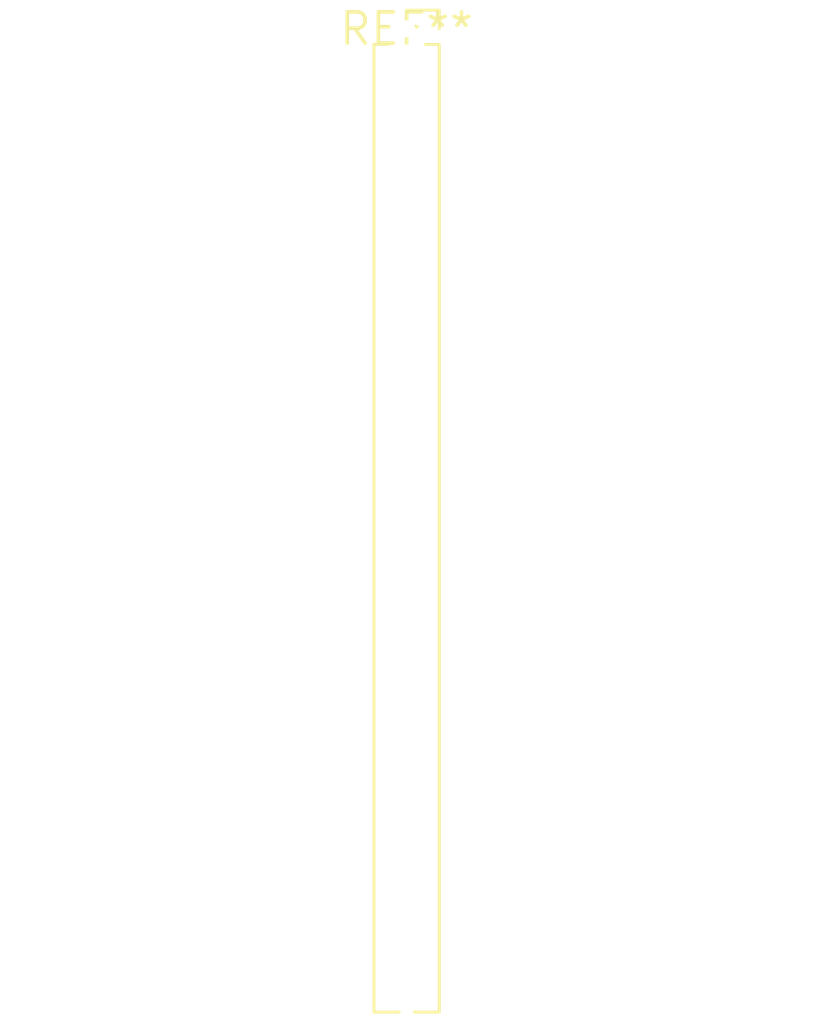
<source format=kicad_pcb>
(kicad_pcb (version 20240108) (generator pcbnew)
  (layers (0 "F.Cu" signal) (31 "B.Cu" signal) (34 "B.Paste" user) (35 "F.Paste" user) (36 "B.SilkS" user "B.Silkscreen") (37 "F.SilkS" user "F.Silkscreen") (38 "B.Mask" user) (39 "F.Mask" user) (44 "Edge.Cuts" user))
  (net 0 "")
  (footprint "PinSocket_1x32_P1.27mm_Vertical" (layer "F.Cu") (at 0 0)
    (property "Reference" "REF**")
    (property "Value" "PinSocket_1x32_P1.27mm_Vertical")
    (fp_line (start -1.33 0.635) (end -1.33 40.065) (layer "F.SilkS") (stroke (width 0.12)))
    (fp_line (start -1.33 0.635) (end -0.76 0.635) (layer "F.SilkS") (stroke (width 0.12)))
    (fp_line (start -1.33 40.065) (end -0.30753 40.065) (layer "F.SilkS") (stroke (width 0.12)))
    (fp_line (start 0 -0.76) (end 1.33 -0.76) (layer "F.SilkS") (stroke (width 0.12)))
    (fp_line (start 0.30753 40.065) (end 1.33 40.065) (layer "F.SilkS") (stroke (width 0.12)))
    (fp_line (start 0.76 0.635) (end 1.33 0.635) (layer "F.SilkS") (stroke (width 0.12)))
    (fp_line (start 1.33 -0.76) (end 1.33 0) (layer "F.SilkS") (stroke (width 0.12)))
    (fp_line (start 1.33 0.635) (end 1.33 40.065) (layer "F.SilkS") (stroke (width 0.12)))
    (pad "1" thru_hole rect (at 0 0) (size 1 1) (drill 0.7) (layers *.Cu *.Mask) (remove_unused_layers))
    (pad "2" thru_hole oval (at 0 1.27) (size 1 1) (drill 0.7) (layers *.Cu *.Mask) (remove_unused_layers))
    (pad "3" thru_hole oval (at 0 2.54) (size 1 1) (drill 0.7) (layers *.Cu *.Mask) (remove_unused_layers))
    (pad "4" thru_hole oval (at 0 3.81) (size 1 1) (drill 0.7) (layers *.Cu *.Mask) (remove_unused_layers))
    (pad "5" thru_hole oval (at 0 5.08) (size 1 1) (drill 0.7) (layers *.Cu *.Mask) (remove_unused_layers))
    (pad "6" thru_hole oval (at 0 6.35) (size 1 1) (drill 0.7) (layers *.Cu *.Mask) (remove_unused_layers))
    (pad "7" thru_hole oval (at 0 7.62) (size 1 1) (drill 0.7) (layers *.Cu *.Mask) (remove_unused_layers))
    (pad "8" thru_hole oval (at 0 8.89) (size 1 1) (drill 0.7) (layers *.Cu *.Mask) (remove_unused_layers))
    (pad "9" thru_hole oval (at 0 10.16) (size 1 1) (drill 0.7) (layers *.Cu *.Mask) (remove_unused_layers))
    (pad "10" thru_hole oval (at 0 11.43) (size 1 1) (drill 0.7) (layers *.Cu *.Mask) (remove_unused_layers))
    (pad "11" thru_hole oval (at 0 12.7) (size 1 1) (drill 0.7) (layers *.Cu *.Mask) (remove_unused_layers))
    (pad "12" thru_hole oval (at 0 13.97) (size 1 1) (drill 0.7) (layers *.Cu *.Mask) (remove_unused_layers))
    (pad "13" thru_hole oval (at 0 15.24) (size 1 1) (drill 0.7) (layers *.Cu *.Mask) (remove_unused_layers))
    (pad "14" thru_hole oval (at 0 16.51) (size 1 1) (drill 0.7) (layers *.Cu *.Mask) (remove_unused_layers))
    (pad "15" thru_hole oval (at 0 17.78) (size 1 1) (drill 0.7) (layers *.Cu *.Mask) (remove_unused_layers))
    (pad "16" thru_hole oval (at 0 19.05) (size 1 1) (drill 0.7) (layers *.Cu *.Mask) (remove_unused_layers))
    (pad "17" thru_hole oval (at 0 20.32) (size 1 1) (drill 0.7) (layers *.Cu *.Mask) (remove_unused_layers))
    (pad "18" thru_hole oval (at 0 21.59) (size 1 1) (drill 0.7) (layers *.Cu *.Mask) (remove_unused_layers))
    (pad "19" thru_hole oval (at 0 22.86) (size 1 1) (drill 0.7) (layers *.Cu *.Mask) (remove_unused_layers))
    (pad "20" thru_hole oval (at 0 24.13) (size 1 1) (drill 0.7) (layers *.Cu *.Mask) (remove_unused_layers))
    (pad "21" thru_hole oval (at 0 25.4) (size 1 1) (drill 0.7) (layers *.Cu *.Mask) (remove_unused_layers))
    (pad "22" thru_hole oval (at 0 26.67) (size 1 1) (drill 0.7) (layers *.Cu *.Mask) (remove_unused_layers))
    (pad "23" thru_hole oval (at 0 27.94) (size 1 1) (drill 0.7) (layers *.Cu *.Mask) (remove_unused_layers))
    (pad "24" thru_hole oval (at 0 29.21) (size 1 1) (drill 0.7) (layers *.Cu *.Mask) (remove_unused_layers))
    (pad "25" thru_hole oval (at 0 30.48) (size 1 1) (drill 0.7) (layers *.Cu *.Mask) (remove_unused_layers))
    (pad "26" thru_hole oval (at 0 31.75) (size 1 1) (drill 0.7) (layers *.Cu *.Mask) (remove_unused_layers))
    (pad "27" thru_hole oval (at 0 33.02) (size 1 1) (drill 0.7) (layers *.Cu *.Mask) (remove_unused_layers))
    (pad "28" thru_hole oval (at 0 34.29) (size 1 1) (drill 0.7) (layers *.Cu *.Mask) (remove_unused_layers))
    (pad "29" thru_hole oval (at 0 35.56) (size 1 1) (drill 0.7) (layers *.Cu *.Mask) (remove_unused_layers))
    (pad "30" thru_hole oval (at 0 36.83) (size 1 1) (drill 0.7) (layers *.Cu *.Mask) (remove_unused_layers))
    (pad "31" thru_hole oval (at 0 38.1) (size 1 1) (drill 0.7) (layers *.Cu *.Mask) (remove_unused_layers))
    (pad "32" thru_hole oval (at 0 39.37) (size 1 1) (drill 0.7) (layers *.Cu *.Mask) (remove_unused_layers))
  )
)
</source>
